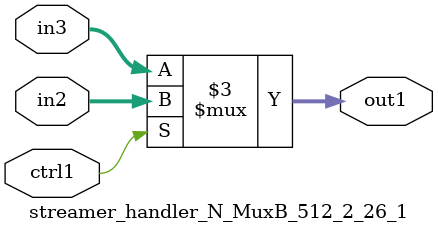
<source format=v>

`timescale 1ps / 1ps


module streamer_handler_N_MuxB_512_2_26_1( in3, in2, ctrl1, out1 );

    input [511:0] in3;
    input [511:0] in2;
    input ctrl1;
    output [511:0] out1;
    reg [511:0] out1;

    
    // rtl_process:streamer_handler_N_MuxB_512_2_26_1/streamer_handler_N_MuxB_512_2_26_1_thread_1
    always @*
      begin : streamer_handler_N_MuxB_512_2_26_1_thread_1
        case (ctrl1) 
          1'b1: 
            begin
              out1 = in2;
            end
          default: 
            begin
              out1 = in3;
            end
        endcase
      end

endmodule


</source>
